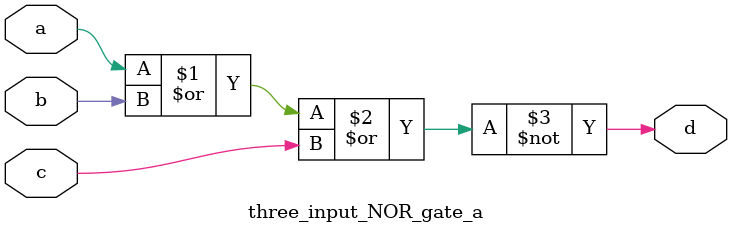
<source format=v>
`timescale 1ns / 1ps

module three_input_NOR_gate_a(
    input a, b, c,
    output d
    );
    
    assign d = ~(a | b | c);
    
endmodule
</source>
